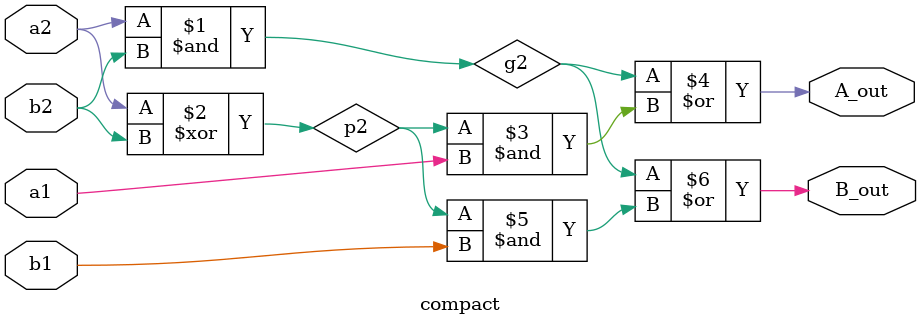
<source format=sv>

module compact (
    // DATA PORT
    input  wire     a1,
    input  wire     b1,
    input  wire     a2,
    input  wire     b2,
    output wire     A_out,
    output wire     B_out
);

    logic   g2;
    logic   p2;

    assign g2 = a2 & b2;
    assign p2 = a2 ^ b2;
    
    assign A_out = g2 | (p2 & a1);
    assign B_out = g2 | (p2 & b1);

endmodule
</source>
